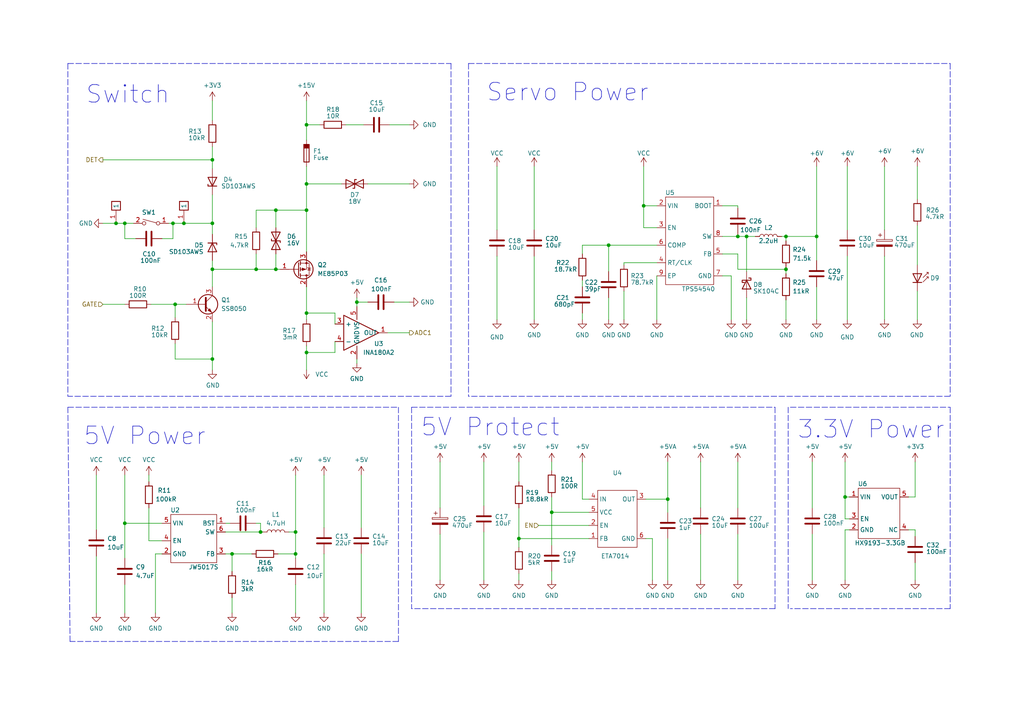
<source format=kicad_sch>
(kicad_sch (version 20211123) (generator eeschema)
  (paper "A4")
  (title_block (title "Power Board") (date "2022-07-19") (rev "1.2.2"))
  (lib_symbols
    (symbol "Device:C" (pin_numbers hide) (pin_names (offset 0.254))
      (property "Reference" "C" (at 0.635 2.54 0))
      (property "Value" "C" (at 0.635 -2.54 0))
      (symbol "C_1_1"
        (pin passive line (at 0 3.81 270) (length 2.794) (name "~") (number "1"))
        (pin passive line (at 0 -3.81 90) (length 2.794) (name "~") (number "2"))
      )
    )
    (symbol "Device:C_Polarized" (pin_numbers hide) (pin_names (offset 0.254))
      (property "Reference" "C" (at 0.635 2.54 0))
      (property "Value" "C_Polarized" (at 0.635 -2.54 0))
      (symbol "C_Polarized_1_1"
        (pin passive line (at 0 3.81 270) (length 2.794) (name "~") (number "1"))
        (pin passive line (at 0 -3.81 90) (length 2.794) (name "~") (number "2"))
      )
    )
    (symbol "Device:D_Schottky" (pin_numbers hide) (pin_names (offset 1.016) hide)
      (property "Reference" "D" (at 0 2.54 0))
      (property "Value" "D_Schottky" (at 0 -2.54 0))
      (symbol "D_Schottky_1_1"
        (pin passive line (at -3.81 0 0) (length 2.54) (name "K") (number "1"))
        (pin passive line (at 3.81 0 180) (length 2.54) (name "A") (number "2"))
      )
    )
    (symbol "Device:Fuse_Polarized" (pin_numbers hide) (pin_names (offset 0))
      (property "Reference" "F" (at 2.032 0 90))
      (property "Value" "Fuse_Polarized" (at -1.905 0 90))
      (symbol "Fuse_Polarized_1_1"
        (pin power_in line (at 0 3.81 270) (length 1.27) (name "~") (number "1"))
        (pin power_out line (at 0 -3.81 90) (length 1.27) (name "~") (number "2"))
      )
    )
    (symbol "Device:L" (pin_numbers hide) (pin_names (offset 1.016) hide)
      (property "Reference" "L" (at -1.27 0 90))
      (property "Value" "L" (at 1.905 0 90))
      (symbol "L_1_1"
        (pin passive line (at 0 3.81 270) (length 1.27) (name "1") (number "1"))
        (pin passive line (at 0 -3.81 90) (length 1.27) (name "2") (number "2"))
      )
    )
    (symbol "Device:Q_PMOS_GDS" (pin_names (offset 0) hide)
      (property "Reference" "Q" (at 5.08 1.27 0))
      (property "Value" "Q_PMOS_GDS" (at 5.08 -1.27 0))
      (symbol "Q_PMOS_GDS_1_1"
        (pin input line (at -5.08 0 0) (length 2.54) (name "G") (number "1"))
        (pin passive line (at 2.54 5.08 270) (length 2.54) (name "D") (number "2"))
        (pin passive line (at 2.54 -5.08 90) (length 2.54) (name "S") (number "3"))
      )
    )
    (symbol "Device:R" (pin_numbers hide) (pin_names (offset 0))
      (property "Reference" "R" (at 2.032 0 90))
      (property "Value" "R" (at 0 0 90))
      (symbol "R_1_1"
        (pin passive line (at 0 3.81 270) (length 1.27) (name "~") (number "1"))
        (pin passive line (at 0 -3.81 90) (length 1.27) (name "~") (number "2"))
      )
    )
    (symbol "Diode:1N47xxA" (pin_numbers hide) (pin_names (offset 1.016) hide)
      (property "Reference" "D" (at 0 2.54 0))
      (property "Value" "1N47xxA" (at 0 -2.54 0))
      (symbol "1N47xxA_1_1"
        (pin passive line (at -3.81 0 0) (length 2.54) (name "K") (number "1"))
        (pin passive line (at 3.81 0 180) (length 2.54) (name "A") (number "2"))
      )
    )
    (symbol "Diode:1N62xxCA" (pin_numbers hide) (pin_names (offset 1.016) hide)
      (property "Reference" "D" (at 0 2.54 0))
      (property "Value" "1N62xxCA" (at 0 -2.54 0))
      (symbol "1N62xxCA_1_1"
        (pin passive line (at -3.81 0 0) (length 2.54) (name "A1") (number "1"))
        (pin passive line (at 3.81 0 180) (length 2.54) (name "A2") (number "2"))
      )
    )
    (symbol "LED:CQY99" (pin_numbers hide) (pin_names (offset 1.016) hide)
      (property "Reference" "D" (at 0.508 1.778 0))
      (property "Value" "CQY99" (at -1.016 -2.794 0))
      (symbol "CQY99_1_1"
        (pin passive line (at -5.08 0 0) (length 2.54) (name "K") (number "1"))
        (pin passive line (at 2.54 0 180) (length 2.54) (name "A") (number "2"))
      )
    )
    (symbol "MM32_Periph:S8050" (pin_names (offset 1.016) hide)
      (property "Reference" "Q" (at 10.16 6.35 0))
      (property "Value" "S8050" (at 12.7 3.81 0))
      (symbol "S8050_1_1"
        (pin input line (at 0 5.08 0) (length 5.08) (name "B") (number "1"))
        (pin passive line (at 7.62 0 90) (length 2.54) (name "E") (number "2"))
        (pin passive line (at 7.62 10.16 270) (length 2.54) (name "C") (number "3"))
      )
    )
    (symbol "power:+15V" (power) (pin_names (offset 0))
      (property "Value" "+15V" (at 0 3.556 0))
      (symbol "+15V_1_1"
        (pin power_in line (at 0 0 90) (length 0) hide (name "+15V") (number "1"))
      )
    )
    (symbol "power:+3.3V" (power) (pin_names (offset 0))
      (property "Value" "+3.3V" (at 0 3.556 0))
      (symbol "+3.3V_1_1"
        (pin power_in line (at 0 0 90) (length 0) hide (name "+3V3") (number "1"))
      )
    )
    (symbol "power:+5V" (power) (pin_names (offset 0))
      (property "Value" "+5V" (at 0 3.556 0))
      (symbol "+5V_1_1"
        (pin power_in line (at 0 0 90) (length 0) hide (name "+5V") (number "1"))
      )
    )
    (symbol "power:+5VA" (power) (pin_names (offset 0))
      (property "Value" "+5VA" (at 0 3.556 0))
      (symbol "+5VA_1_1"
        (pin power_in line (at 0 0 90) (length 0) hide (name "+5VA") (number "1"))
      )
    )
    (symbol "power:+6V" (power) (pin_names (offset 0))
      (property "Value" "+6V" (at 0 3.556 0))
      (symbol "+6V_1_1"
        (pin power_in line (at 0 0 90) (length 0) hide (name "+6V") (number "1"))
      )
    )
    (symbol "power:GND" (power) (pin_names (offset 0))
      (property "Value" "GND" (at 0 -3.81 0))
      (symbol "GND_1_1"
        (pin power_in line (at 0 0 270) (length 0) hide (name "GND") (number "1"))
      )
    )
    (symbol "power:VCC" (power) (pin_names (offset 0))
      (property "Value" "VCC" (at 0 3.81 0))
      (symbol "VCC_1_1"
        (pin power_in line (at 0 0 90) (length 0) hide (name "VCC") (number "1"))
      )
    )
    (symbol "power_Library:ETA7014"
      (property "Reference" "U" (at 0 10.16 0))
      (property "Value" "ETA7014" (at 1.27 -10.16 0))
      (symbol "ETA7014_1_1"
        (pin input line (at -7.62 -3.81 0) (length 2.54) (name "FB") (number "1"))
        (pin input line (at -7.62 0 0) (length 2.54) (name "EN") (number "2"))
        (pin output line (at 8.89 7.62 180) (length 2.54) (name "OUT") (number "3"))
        (pin input line (at -7.62 7.62 0) (length 2.54) (name "IN") (number "4"))
        (pin power_in line (at -7.62 3.81 0) (length 2.54) (name "VCC") (number "5"))
        (pin power_in line (at 8.89 -3.81 180) (length 2.54) (name "GND") (number "6"))
      )
    )
    (symbol "power_Library:HX9193-3.3GB"
      (property "Reference" "U" (at 0.635 11.43 0))
      (property "Value" "HX9193-3.3GB" (at -0.635 -9.525 0))
      (symbol "HX9193-3.3GB_1_1"
        (pin power_in line (at -8.89 3.81 0) (length 2.54) (name "VIN") (number "1"))
        (pin power_in line (at -8.89 -5.715 0) (length 2.54) (name "GND") (number "2"))
        (pin input line (at -8.89 -2.54 0) (length 2.54) (name "EN") (number "3"))
        (pin output line (at 8.255 -5.715 180) (length 2.54) (name "NC") (number "4"))
        (pin power_out line (at 8.255 3.81 180) (length 2.54) (name "VOUT") (number "5"))
      )
    )
    (symbol "power_Library:INA180A2"
      (property "Reference" "U" (at 0 0 0))
      (property "Value" "INA180A2" (at 7.62 0 0))
      (symbol "INA180A2_1_1"
        (pin output line (at 7.62 11.43 180) (length 2.54) (name "OUT") (number "1"))
        (pin power_in line (at -1.27 3.81 90) (length 3.81) (name "GND") (number "2"))
        (pin input line (at -7.62 13.97 0) (length 2.54) (name "+") (number "3"))
        (pin input line (at -7.62 8.89 0) (length 2.54) (name "-") (number "4"))
        (pin power_in line (at -1.27 19.05 270) (length 3.81) (name "VS") (number "5"))
      )
    )
    (symbol "power_Library:JW5017S"
      (property "Reference" "U" (at 0 8.255 0))
      (property "Value" "JW5017S" (at 0.635 -9.525 0))
      (symbol "JW5017S_1_1"
        (pin output line (at 8.89 4.445 180) (length 2.54) (name "BST") (number "1"))
        (pin power_in line (at -9.525 -4.445 0) (length 2.54) (name "GND") (number "2"))
        (pin output line (at 8.89 -4.445 180) (length 2.54) (name "FB") (number "3"))
        (pin input line (at -9.525 -0.635 0) (length 2.54) (name "EN") (number "4"))
        (pin power_in line (at -9.525 4.445 0) (length 2.54) (name "VIN") (number "5"))
        (pin output line (at 8.89 1.905 180) (length 2.54) (name "SW") (number "6"))
      )
    )
    (symbol "power_Library:KEY"
      (property "Reference" "SW" (at 5.08 0 0))
      (property "Value" "KEY" (at 0 0 0))
      (symbol "KEY_1_1"
        (pin passive line (at -3.81 5.08 0) (length 2.54) (name "~") (number "1"))
        (pin passive line (at 6.35 5.08 180) (length 2.54) (name "~") (number "2"))
      )
    )
    (symbol "power_Library:TPS54540"
      (property "Reference" "U" (at 5.08 13.97 0))
      (property "Value" "TPS54540" (at 0 -16.51 0))
      (symbol "TPS54540_1_1"
        (pin output line (at 8.89 8.89 180) (length 2.54) (name "BOOT") (number "1"))
        (pin power_in line (at -10.16 8.89 0) (length 2.54) (name "VIN") (number "2"))
        (pin input line (at -10.16 2.54 0) (length 2.54) (name "EN") (number "3"))
        (pin input line (at -10.16 -7.62 0) (length 2.54) (name "RT/CLK") (number "4"))
        (pin input line (at 8.89 -5.08 180) (length 2.54) (name "FB") (number "5"))
        (pin input line (at -10.16 -2.54 0) (length 2.54) (name "COMP") (number "6"))
        (pin power_in line (at 8.89 -11.43 180) (length 2.54) (name "GND") (number "7"))
        (pin output line (at 8.89 0 180) (length 2.54) (name "SW") (number "8"))
        (pin input line (at -10.16 -11.43 0) (length 2.54) (name "EP") (number "9"))
      )
    )
    (symbol "power_Library:conn_1x1"
      (property "Reference" "j" (at 0 0 0))
      (property "Value" "conn_1x1" (at 0 0 0))
      (symbol "conn_1x1_1_1"
        (pin passive line (at -2.54 3.81 0) (length 3.81) (name "1") (number "1"))
      )
    )
  )
  (junction (at 36.195 151.765))
  (junction (at 67.31 160.655))
  (junction (at 85.725 154.305))
  (junction (at 88.9 102.235))
  (junction (at 193.675 144.78))
  (junction (at 103.505 87.63))
  (junction (at 61.595 46.355))
  (junction (at 227.965 68.58))
  (junction (at 245.11 144.145))
  (junction (at 50.165 64.77))
  (junction (at 176.53 71.12))
  (junction (at 88.9 60.96))
  (junction (at 61.595 78.105))
  (junction (at 36.195 64.77))
  (junction (at 160.02 148.59))
  (junction (at 50.8 88.265))
  (junction (at 74.295 78.105))
  (junction (at 236.855 68.58))
  (junction (at 216.535 68.58))
  (junction (at 53.34 64.77))
  (junction (at 227.965 78.105))
  (junction (at 88.9 36.195))
  (junction (at 75.565 154.305))
  (junction (at 80.01 78.105))
  (junction (at 186.69 59.69))
  (junction (at 150.495 156.21))
  (junction (at 61.595 64.77))
  (junction (at 33.655 64.77))
  (junction (at 88.9 90.805))
  (junction (at 85.725 160.655))
  (junction (at 213.995 68.58))
  (junction (at 88.9 53.34))
  (junction (at 61.595 104.14))
  (junction (at 80.01 60.96))
  (wire (pts (xy 170.815 148.59) (xy 160.02 148.59)))
  (wire (pts (xy 168.91 81.28) (xy 168.91 83.185)))
  (wire (pts (xy 104.775 137.795) (xy 104.775 153.035)))
  (polyline (pts (xy 19.685 118.11) (xy 20.32 186.055)))
  (wire (pts (xy 80.01 60.96) (xy 74.295 60.96)))
  (wire (pts (xy 85.725 160.655) (xy 85.725 161.925)))
  (wire (pts (xy 236.855 75.565) (xy 236.855 68.58)))
  (wire (pts (xy 213.995 73.66) (xy 213.995 78.105)))
  (wire (pts (xy 235.585 133.985) (xy 235.585 147.32)))
  (wire (pts (xy 245.11 144.145) (xy 245.11 150.495)))
  (wire (pts (xy 226.695 68.58) (xy 227.965 68.58)))
  (wire (pts (xy 80.01 78.105) (xy 81.28 78.105)))
  (polyline (pts (xy 229.235 118.11) (xy 275.59 118.11)))
  (wire (pts (xy 80.01 73.66) (xy 80.01 78.105)))
  (wire (pts (xy 154.94 74.295) (xy 154.94 92.71)))
  (wire (pts (xy 150.495 133.985) (xy 150.495 139.7)))
  (wire (pts (xy 85.725 154.305) (xy 85.725 160.655)))
  (wire (pts (xy 216.535 68.58) (xy 219.075 68.58)))
  (wire (pts (xy 75.565 154.305) (xy 76.2 154.305)))
  (wire (pts (xy 212.09 80.01) (xy 212.09 92.71)))
  (polyline (pts (xy 130.81 114.935) (xy 19.685 114.935)))
  (wire (pts (xy 216.535 78.74) (xy 216.535 68.58)))
  (wire (pts (xy 61.595 42.545) (xy 61.595 46.355)))
  (wire (pts (xy 213.995 154.94) (xy 213.995 168.275)))
  (wire (pts (xy 88.9 53.34) (xy 88.9 60.96)))
  (wire (pts (xy 190.5 66.04) (xy 186.69 66.04)))
  (wire (pts (xy 61.595 83.185) (xy 61.595 78.105)))
  (wire (pts (xy 112.395 96.52) (xy 118.745 96.52)))
  (polyline (pts (xy 19.685 18.415) (xy 19.685 114.935)))
  (wire (pts (xy 245.745 74.295) (xy 245.745 92.71)))
  (wire (pts (xy 92.71 36.195) (xy 88.9 36.195)))
  (wire (pts (xy 88.9 29.21) (xy 88.9 36.195)))
  (wire (pts (xy 193.675 144.78) (xy 193.675 148.59)))
  (wire (pts (xy 209.55 73.66) (xy 213.995 73.66)))
  (wire (pts (xy 127.635 154.94) (xy 127.635 168.275)))
  (wire (pts (xy 43.815 88.265) (xy 50.8 88.265)))
  (wire (pts (xy 65.405 151.765) (xy 66.675 151.765)))
  (wire (pts (xy 88.9 83.185) (xy 88.9 90.805)))
  (wire (pts (xy 43.18 147.32) (xy 43.18 156.845)))
  (wire (pts (xy 245.11 150.495) (xy 246.38 150.495)))
  (wire (pts (xy 106.68 53.34) (xy 118.745 53.34)))
  (wire (pts (xy 227.965 68.58) (xy 227.965 69.85)))
  (wire (pts (xy 150.495 156.21) (xy 170.815 156.21)))
  (wire (pts (xy 227.965 68.58) (xy 236.855 68.58)))
  (wire (pts (xy 50.165 69.215) (xy 50.165 64.77)))
  (wire (pts (xy 114.3 87.63) (xy 118.745 87.63)))
  (wire (pts (xy 36.195 64.77) (xy 36.195 69.215)))
  (wire (pts (xy 180.975 84.455) (xy 180.975 92.71)))
  (wire (pts (xy 65.405 154.305) (xy 75.565 154.305)))
  (polyline (pts (xy 115.57 118.11) (xy 115.57 186.055)))
  (wire (pts (xy 176.53 71.12) (xy 168.91 71.12)))
  (wire (pts (xy 266.065 65.405) (xy 266.065 76.835)))
  (wire (pts (xy 118.745 36.195) (xy 113.03 36.195)))
  (wire (pts (xy 88.9 90.805) (xy 88.9 92.71)))
  (wire (pts (xy 93.98 137.795) (xy 93.98 153.035)))
  (wire (pts (xy 88.9 53.34) (xy 99.06 53.34)))
  (polyline (pts (xy 135.89 18.415) (xy 135.89 114.935)))
  (wire (pts (xy 67.31 173.355) (xy 67.31 177.8)))
  (wire (pts (xy 103.505 87.63) (xy 103.505 88.9)))
  (wire (pts (xy 168.91 144.78) (xy 170.815 144.78)))
  (wire (pts (xy 256.54 48.26) (xy 256.54 66.675)))
  (wire (pts (xy 209.55 59.69) (xy 213.995 59.69)))
  (wire (pts (xy 156.21 152.4) (xy 170.815 152.4)))
  (wire (pts (xy 103.505 105.41) (xy 103.505 104.14)))
  (wire (pts (xy 27.94 137.795) (xy 27.94 153.67)))
  (wire (pts (xy 83.82 154.305) (xy 85.725 154.305)))
  (wire (pts (xy 140.335 133.985) (xy 140.335 146.685)))
  (wire (pts (xy 53.34 64.77) (xy 61.595 64.77)))
  (wire (pts (xy 74.295 151.765) (xy 75.565 151.765)))
  (wire (pts (xy 43.18 137.795) (xy 43.18 139.7)))
  (wire (pts (xy 180.975 76.2) (xy 180.975 76.835)))
  (wire (pts (xy 36.195 169.545) (xy 36.195 177.8)))
  (polyline (pts (xy 275.59 18.415) (xy 275.59 114.935)))
  (wire (pts (xy 67.31 160.655) (xy 73.025 160.655)))
  (wire (pts (xy 186.69 48.26) (xy 186.69 59.69)))
  (wire (pts (xy 104.775 160.655) (xy 104.775 177.8)))
  (wire (pts (xy 176.53 71.12) (xy 190.5 71.12)))
  (wire (pts (xy 263.525 153.67) (xy 265.43 153.67)))
  (polyline (pts (xy 275.59 114.935) (xy 135.89 114.935)))
  (wire (pts (xy 213.995 133.985) (xy 213.995 147.32)))
  (wire (pts (xy 180.975 76.2) (xy 190.5 76.2)))
  (wire (pts (xy 176.53 71.12) (xy 176.53 78.74)))
  (polyline (pts (xy 119.38 118.11) (xy 224.79 118.11)))
  (wire (pts (xy 190.5 59.69) (xy 186.69 59.69)))
  (wire (pts (xy 265.43 163.195) (xy 265.43 168.275)))
  (wire (pts (xy 213.995 68.58) (xy 216.535 68.58)))
  (wire (pts (xy 144.145 74.295) (xy 144.145 92.71)))
  (wire (pts (xy 50.8 104.14) (xy 61.595 104.14)))
  (wire (pts (xy 150.495 166.37) (xy 150.495 168.275)))
  (wire (pts (xy 74.295 78.105) (xy 80.01 78.105)))
  (wire (pts (xy 203.2 133.985) (xy 203.2 147.32)))
  (wire (pts (xy 97.155 93.98) (xy 97.155 90.805)))
  (wire (pts (xy 88.9 36.195) (xy 88.9 40.64)))
  (wire (pts (xy 46.99 69.215) (xy 50.165 69.215)))
  (wire (pts (xy 61.595 78.105) (xy 61.595 75.565)))
  (wire (pts (xy 168.91 133.985) (xy 168.91 144.78)))
  (wire (pts (xy 53.975 88.265) (xy 50.8 88.265)))
  (wire (pts (xy 33.655 64.77) (xy 29.845 64.77)))
  (polyline (pts (xy 19.685 118.11) (xy 115.57 118.11)))
  (wire (pts (xy 193.675 156.21) (xy 193.675 168.275)))
  (wire (pts (xy 187.325 144.78) (xy 193.675 144.78)))
  (wire (pts (xy 93.98 160.655) (xy 93.98 177.8)))
  (wire (pts (xy 266.065 48.26) (xy 266.065 57.785)))
  (wire (pts (xy 245.11 153.67) (xy 245.11 168.275)))
  (wire (pts (xy 80.01 60.96) (xy 80.01 66.04)))
  (wire (pts (xy 209.55 68.58) (xy 213.995 68.58)))
  (wire (pts (xy 36.195 64.77) (xy 33.655 64.77)))
  (wire (pts (xy 103.505 87.63) (xy 106.68 87.63)))
  (wire (pts (xy 265.43 133.985) (xy 265.43 144.145)))
  (wire (pts (xy 88.9 60.96) (xy 80.01 60.96)))
  (wire (pts (xy 45.085 160.655) (xy 46.99 160.655)))
  (wire (pts (xy 160.02 136.525) (xy 160.02 133.985)))
  (polyline (pts (xy 130.81 18.415) (xy 130.81 114.935)))
  (wire (pts (xy 227.965 78.105) (xy 227.965 79.375)))
  (polyline (pts (xy 275.59 118.11) (xy 275.59 176.53)))
  (wire (pts (xy 36.195 151.765) (xy 46.99 151.765)))
  (wire (pts (xy 213.995 67.945) (xy 213.995 68.58)))
  (wire (pts (xy 186.69 66.04) (xy 186.69 59.69)))
  (wire (pts (xy 88.9 73.025) (xy 88.9 60.96)))
  (wire (pts (xy 127.635 133.985) (xy 127.635 147.32)))
  (wire (pts (xy 88.9 102.235) (xy 88.9 107.315)))
  (wire (pts (xy 160.02 144.145) (xy 160.02 148.59)))
  (wire (pts (xy 236.855 48.26) (xy 236.855 68.58)))
  (polyline (pts (xy 119.38 118.11) (xy 119.38 176.53)))
  (polyline (pts (xy 19.685 18.415) (xy 130.81 18.415)))
  (wire (pts (xy 235.585 154.94) (xy 235.585 168.275)))
  (wire (pts (xy 245.745 48.26) (xy 245.745 66.675)))
  (wire (pts (xy 150.495 156.21) (xy 150.495 158.75)))
  (wire (pts (xy 176.53 92.71) (xy 176.53 86.36)))
  (wire (pts (xy 48.895 64.77) (xy 50.165 64.77)))
  (wire (pts (xy 256.54 74.295) (xy 256.54 92.71)))
  (wire (pts (xy 50.8 88.265) (xy 50.8 92.075)))
  (wire (pts (xy 263.525 144.145) (xy 265.43 144.145)))
  (polyline (pts (xy 228.6 118.11) (xy 228.6 176.53)))
  (wire (pts (xy 168.91 90.805) (xy 168.91 92.71)))
  (wire (pts (xy 50.165 64.77) (xy 53.34 64.77)))
  (wire (pts (xy 160.02 148.59) (xy 160.02 158.115)))
  (wire (pts (xy 88.9 102.235) (xy 97.155 102.235)))
  (polyline (pts (xy 224.79 118.11) (xy 224.79 176.53)))
  (wire (pts (xy 160.02 168.275) (xy 160.02 165.735)))
  (wire (pts (xy 227.965 86.995) (xy 227.965 92.71)))
  (polyline (pts (xy 275.59 176.53) (xy 229.235 176.53)))
  (wire (pts (xy 85.725 137.795) (xy 85.725 154.305)))
  (wire (pts (xy 61.595 29.21) (xy 61.595 34.925)))
  (wire (pts (xy 103.505 86.36) (xy 103.505 87.63)))
  (wire (pts (xy 216.535 92.71) (xy 216.535 86.36)))
  (wire (pts (xy 140.335 168.275) (xy 140.335 154.305)))
  (wire (pts (xy 144.145 48.26) (xy 144.145 66.675)))
  (wire (pts (xy 213.995 59.69) (xy 213.995 60.325)))
  (wire (pts (xy 213.995 78.105) (xy 227.965 78.105)))
  (wire (pts (xy 36.195 69.215) (xy 39.37 69.215)))
  (wire (pts (xy 187.325 156.21) (xy 189.23 156.21)))
  (wire (pts (xy 190.5 80.01) (xy 190.5 92.71)))
  (wire (pts (xy 61.595 56.515) (xy 61.595 64.77)))
  (wire (pts (xy 88.9 48.26) (xy 88.9 53.34)))
  (wire (pts (xy 209.55 80.01) (xy 212.09 80.01)))
  (wire (pts (xy 189.23 156.21) (xy 189.23 168.275)))
  (wire (pts (xy 36.195 137.795) (xy 36.195 151.765)))
  (wire (pts (xy 203.2 154.94) (xy 203.2 168.275)))
  (wire (pts (xy 88.9 100.33) (xy 88.9 102.235)))
  (wire (pts (xy 74.295 73.66) (xy 74.295 78.105)))
  (wire (pts (xy 27.94 161.29) (xy 27.94 177.8)))
  (wire (pts (xy 193.675 133.985) (xy 193.675 144.78)))
  (polyline (pts (xy 115.57 186.055) (xy 20.32 186.055)))
  (wire (pts (xy 236.855 83.185) (xy 236.855 92.71)))
  (wire (pts (xy 246.38 144.145) (xy 245.11 144.145)))
  (wire (pts (xy 227.965 77.47) (xy 227.965 78.105)))
  (polyline (pts (xy 135.89 18.415) (xy 275.59 18.415)))
  (wire (pts (xy 75.565 151.765) (xy 75.565 154.305)))
  (wire (pts (xy 61.595 78.105) (xy 74.295 78.105)))
  (wire (pts (xy 43.18 156.845) (xy 46.99 156.845)))
  (wire (pts (xy 50.8 99.695) (xy 50.8 104.14)))
  (wire (pts (xy 29.845 88.265) (xy 36.195 88.265)))
  (wire (pts (xy 80.645 160.655) (xy 85.725 160.655)))
  (wire (pts (xy 36.195 151.765) (xy 36.195 161.925)))
  (wire (pts (xy 29.845 46.355) (xy 61.595 46.355)))
  (wire (pts (xy 88.9 90.805) (xy 97.155 90.805)))
  (wire (pts (xy 246.38 153.67) (xy 245.11 153.67)))
  (wire (pts (xy 65.405 160.655) (xy 67.31 160.655)))
  (wire (pts (xy 245.11 144.145) (xy 245.11 133.985)))
  (wire (pts (xy 154.94 48.26) (xy 154.94 66.675)))
  (wire (pts (xy 168.91 71.12) (xy 168.91 73.66)))
  (wire (pts (xy 150.495 147.32) (xy 150.495 156.21)))
  (wire (pts (xy 61.595 46.355) (xy 61.595 48.895)))
  (wire (pts (xy 61.595 107.315) (xy 61.595 104.14)))
  (wire (pts (xy 74.295 60.96) (xy 74.295 66.04)))
  (wire (pts (xy 266.065 92.71) (xy 266.065 84.455)))
  (polyline (pts (xy 224.79 176.53) (xy 119.38 176.53)))
  (wire (pts (xy 38.735 64.77) (xy 36.195 64.77)))
  (wire (pts (xy 97.155 102.235) (xy 97.155 99.06)))
  (wire (pts (xy 265.43 153.67) (xy 265.43 155.575)))
  (wire (pts (xy 85.725 177.8) (xy 85.725 169.545)))
  (wire (pts (xy 61.595 104.14) (xy 61.595 93.345)))
  (wire (pts (xy 45.085 160.655) (xy 45.085 177.8)))
  (wire (pts (xy 61.595 64.77) (xy 61.595 67.945)))
  (wire (pts (xy 67.31 160.655) (xy 67.31 165.735)))
  (wire (pts (xy 100.33 36.195) (xy 105.41 36.195)))
  (text "5V Protect" (at 121.92 127 0) (effects (font (size 5.08 5.08)) (justify left bottom)))
  (text "Servo Power" (at 140.97 29.845 0) (effects (font (size 5.08 5.08)) (justify left bottom)))
  (text "5V Power" (at 24.13 129.54 0) (effects (font (size 5.08 5.08)) (justify left bottom)))
  (text "Switch" (at 24.765 30.48 0) (effects (font (size 5.08 5.08)) (justify left bottom)))
  (text "3.3V Power" (at 231.14 127.635 0) (effects (font (size 5.08 5.08)) (justify left bottom)))
  (hierarchical_label "DET" (shape output) (at 29.845 46.355 180))
  (hierarchical_label "ADC1" (shape output) (at 118.745 96.52 0))
  (hierarchical_label "EN" (shape input) (at 156.21 152.4 180))
  (hierarchical_label "GATE" (shape input) (at 29.845 88.265 180))
  (symbol (lib_id "power:GND") (at 168.91 92.71 0) (unit 1)
    (property "Reference" "#PWR075" (effects hide))
    (property "Value" "GND" (at 168.91 97.155 0))
  )
  (symbol (lib_id "Device:C") (at 27.94 157.48 180) (unit 1)
    (property "Reference" "C8" (at 31.115 156.21 0) (effects (justify right)))
    (property "Value" "10uF" (at 31.115 158.75 0) (effects (justify right)))
    (property "Footprint" "Capacitor_SMD:C_1206_3216Metric_Pad1.33x1.80mm_HandSolder" (effects hide))
  )
  (symbol (lib_id "Device:R") (at 40.005 88.265 270) (unit 1)
    (property "Reference" "R10" (at 42.545 83.82 90) (effects (justify right)))
    (property "Value" "100R" (at 42.545 85.725 90) (effects (justify right)))
    (property "Footprint" "Resistor_SMD:R_0603_1608Metric_Pad0.98x0.95mm_HandSolder" (effects hide))
  )
  (symbol (lib_id "Device:D_Schottky") (at 216.535 82.55 270) (unit 1)
    (property "Reference" "D8" (at 218.44 82.55 90) (effects (justify left)))
    (property "Value" "SK104C" (at 218.44 84.455 90) (effects (justify left)))
    (property "Footprint" "Diode_SMD:D_SMC" (effects hide))
  )
  (symbol (lib_id "power:GND") (at 93.98 177.8 0) (unit 1)
    (property "Reference" "#PWR056" (effects hide))
    (property "Value" "GND" (at 93.98 182.245 0))
  )
  (symbol (lib_id "power:GND") (at 266.065 92.71 0) (unit 1)
    (property "Reference" "#PWR0105" (effects hide))
    (property "Value" "GND" (at 267.97 97.155 0) (effects (justify right)))
  )
  (symbol (lib_id "Device:R") (at 43.18 143.51 180) (unit 1)
    (property "Reference" "R11" (at 45.72 142.24 0) (effects (justify right)))
    (property "Value" "100kR" (at 45.085 144.78 0) (effects (justify right)))
    (property "Footprint" "Resistor_SMD:R_0603_1608Metric_Pad0.98x0.95mm_HandSolder" (effects hide))
  )
  (symbol (lib_id "Device:C") (at 85.725 165.735 180) (unit 1)
    (property "Reference" "C12" (at 88.9 164.465 0) (effects (justify right)))
    (property "Value" "10uF" (at 88.9 167.005 0) (effects (justify right)))
    (property "Footprint" "Capacitor_SMD:C_0603_1608Metric_Pad1.08x0.95mm_HandSolder" (effects hide))
  )
  (symbol (lib_id "Diode:1N62xxCA") (at 80.01 69.85 90) (unit 1)
    (property "Reference" "D6" (at 83.185 68.58 90) (effects (justify right)))
    (property "Value" "16V" (at 83.185 70.485 90) (effects (justify right)))
    (property "Footprint" "Diode_SMD:D_SMB" (effects hide))
    (property "Datasheet" "https://www.vishay.com/docs/88301/15ke.pdf" (effects hide))
  )
  (symbol (lib_id "power:GND") (at 118.745 53.34 90) (unit 1)
    (property "Reference" "#PWR062" (effects hide))
    (property "Value" "GND" (at 122.555 53.3399 90) (effects (justify right)))
  )
  (symbol (lib_id "power:GND") (at 236.855 92.71 0) (unit 1)
    (property "Reference" "#PWR095" (effects hide))
    (property "Value" "GND" (at 236.855 97.155 0))
  )
  (symbol (lib_id "power:+5V") (at 93.98 137.795 0) (unit 1)
    (property "Reference" "#PWR055" (effects hide))
    (property "Value" "+5V" (at 93.98 133.35 0))
  )
  (symbol (lib_id "Device:C") (at 43.18 69.215 90) (unit 1)
    (property "Reference" "C10" (at 41.275 73.66 90) (effects (justify right)))
    (property "Value" "100nF" (at 40.64 75.565 90) (effects (justify right)))
    (property "Footprint" "Capacitor_SMD:C_0603_1608Metric_Pad1.08x0.95mm_HandSolder" (effects hide))
  )
  (symbol (lib_id "power:+5V") (at 127.635 133.985 0) (unit 1)
    (property "Reference" "#PWR0106" (effects hide))
    (property "Value" "+5V" (at 127.635 129.54 0))
  )
  (symbol (lib_id "power_Library:KEY") (at 45.085 69.85 0) (mirror y) (unit 1)
    (property "Reference" "SW1" (at 43.18 61.595 0))
    (property "Value" "KEY" (effects hide))
    (property "Footprint" "Button_Switch_SMD:SW_SPST_CK_RS282G05A3" (effects hide))
  )
  (symbol (lib_id "power:GND") (at 27.94 177.8 0) (unit 1)
    (property "Reference" "#PWR042" (effects hide))
    (property "Value" "GND" (at 27.94 182.245 0))
  )
  (symbol (lib_id "power:+3.3V") (at 265.43 133.985 0) (unit 1)
    (property "Reference" "#PWR0102" (effects hide))
    (property "Value" "+3.3V" (at 265.43 129.54 0))
  )
  (symbol (lib_id "Device:R") (at 74.295 69.85 180) (unit 1)
    (property "Reference" "R15" (at 67.945 68.58 0) (effects (justify right)))
    (property "Value" "4.7kR" (at 66.675 71.12 0) (effects (justify right)))
    (property "Footprint" "Resistor_SMD:R_0805_2012Metric_Pad1.20x1.40mm_HandSolder" (effects hide))
  )
  (symbol (lib_id "Device:C") (at 36.195 165.735 180) (unit 1)
    (property "Reference" "C9" (at 39.37 164.465 0) (effects (justify right)))
    (property "Value" "4.7uF" (at 39.37 167.005 0) (effects (justify right)))
    (property "Footprint" "Capacitor_SMD:C_1206_3216Metric_Pad1.33x1.80mm_HandSolder" (effects hide))
  )
  (symbol (lib_id "Device:C_Polarized") (at 127.635 151.13 0) (unit 1)
    (property "Reference" "C25" (at 135.255 150.495 0) (effects (justify right)))
    (property "Value" "470uF" (at 137.16 152.4 0) (effects (justify right)))
    (property "Footprint" "Capacitor_THT:CP_Radial_D6.3mm_P2.50mm" (effects hide))
  )
  (symbol (lib_id "Device:R") (at 266.065 61.595 0) (unit 1)
    (property "Reference" "R26" (at 270.51 60.96 0))
    (property "Value" "4.7kR" (at 271.145 62.865 0))
    (property "Footprint" "Resistor_SMD:R_0603_1608Metric_Pad0.98x0.95mm_HandSolder" (effects hide))
  )
  (symbol (lib_id "power:GND") (at 140.335 168.275 0) (unit 1)
    (property "Reference" "#PWR065" (effects hide))
    (property "Value" "GND" (at 140.335 172.72 0))
  )
  (symbol (lib_id "Device:R") (at 227.965 73.66 180) (unit 1)
    (property "Reference" "R24" (at 229.87 72.3899 0) (effects (justify right)))
    (property "Value" "71.5k" (at 229.87 74.9299 0) (effects (justify right)))
    (property "Footprint" "Resistor_SMD:R_0603_1608Metric_Pad0.98x0.95mm_HandSolder" (effects hide))
  )
  (symbol (lib_id "Device:L") (at 80.01 154.305 90) (unit 1)
    (property "Reference" "L1" (at 80.01 149.225 90))
    (property "Value" "4.7uH" (at 80.01 151.765 90))
    (property "Footprint" "PowerLibrary:IND-SMD_L4.6-W4.2_SMMS0420" (effects hide))
  )
  (symbol (lib_id "power:GND") (at 144.145 92.71 0) (unit 1)
    (property "Reference" "#PWR069" (effects hide))
    (property "Value" "GND" (at 144.145 97.79 0))
  )
  (symbol (lib_id "Device:C") (at 213.995 151.13 180) (unit 1)
    (property "Reference" "C27" (at 217.17 150.495 0) (effects (justify right)))
    (property "Value" "100uF" (at 217.17 152.4 0) (effects (justify right)))
    (property "Footprint" "Capacitor_SMD:C_1210_3225Metric_Pad1.33x2.70mm_HandSolder" (effects hide))
  )
  (symbol (lib_id "Device:R") (at 150.495 143.51 180) (unit 1)
    (property "Reference" "R19" (at 152.4 142.875 0) (effects (justify right)))
    (property "Value" "18.8kR" (at 152.4 144.78 0) (effects (justify right)))
    (property "Footprint" "Resistor_SMD:R_0603_1608Metric_Pad0.98x0.95mm_HandSolder" (effects hide))
  )
  (symbol (lib_id "power:GND") (at 213.995 168.275 0) (unit 1)
    (property "Reference" "#PWR089" (effects hide))
    (property "Value" "GND" (at 213.995 172.72 0))
  )
  (symbol (lib_id "power:+3.3V") (at 61.595 29.21 0) (unit 1)
    (property "Reference" "#PWR048" (effects hide))
    (property "Value" "+3.3V" (at 61.595 24.765 0))
  )
  (symbol (lib_id "power:GND") (at 265.43 168.275 0) (unit 1)
    (property "Reference" "#PWR0103" (effects hide))
    (property "Value" "GND" (at 265.43 172.72 0))
  )
  (symbol (lib_id "power:+5VA") (at 193.675 133.985 0) (unit 1)
    (property "Reference" "#PWR079" (effects hide))
    (property "Value" "+5VA" (at 193.675 129.54 0))
  )
  (symbol (lib_id "power:VCC") (at 154.94 48.26 0) (unit 1)
    (property "Reference" "#PWR072" (effects hide))
    (property "Value" "VCC" (at 153.035 44.45 0) (effects (justify left)))
  )
  (symbol (lib_id "MM32_Periph:S8050") (at 53.975 93.345 0) (unit 1)
    (property "Reference" "Q1" (at 64.135 86.9949 0) (effects (justify left)))
    (property "Value" "SS8050" (at 64.135 89.5349 0) (effects (justify left)))
    (property "Footprint" "Package_TO_SOT_SMD:SOT-23" (effects hide))
  )
  (symbol (lib_id "power:+5V") (at 104.775 137.795 0) (unit 1)
    (property "Reference" "#PWR059" (effects hide))
    (property "Value" "+5V" (at 104.775 133.35 0))
  )
  (symbol (lib_id "Device:Fuse_Polarized") (at 88.9 44.45 0) (unit 1)
    (property "Reference" "F1" (at 90.805 43.815 0) (effects (justify left)))
    (property "Value" "Fuse" (at 90.805 45.7199 0) (effects (justify left)))
    (property "Footprint" "Fuse:Fuse_1206_3216Metric" (effects hide))
  )
  (symbol (lib_id "power:VCC") (at 27.94 137.795 0) (unit 1)
    (property "Reference" "#PWR041" (effects hide))
    (property "Value" "VCC" (at 26.035 133.35 0) (effects (justify left)))
  )
  (symbol (lib_id "power:GND") (at 176.53 92.71 0) (unit 1)
    (property "Reference" "#PWR076" (effects hide))
    (property "Value" "GND" (at 176.53 97.155 0))
  )
  (symbol (lib_id "power:+5V") (at 235.585 133.985 0) (unit 1)
    (property "Reference" "#PWR092" (effects hide))
    (property "Value" "+5V" (at 235.585 129.54 0))
  )
  (symbol (lib_id "Device:R") (at 61.595 38.735 180) (unit 1)
    (property "Reference" "R13" (at 54.61 38.1 0) (effects (justify right)))
    (property "Value" "10kR" (at 54.61 40.005 0) (effects (justify right)))
    (property "Footprint" "Resistor_SMD:R_0603_1608Metric_Pad0.98x0.95mm_HandSolder" (effects hide))
  )
  (symbol (lib_id "power:GND") (at 45.085 177.8 0) (unit 1)
    (property "Reference" "#PWR047" (effects hide))
    (property "Value" "GND" (at 45.085 182.245 0))
  )
  (symbol (lib_id "Device:R") (at 50.8 95.885 180) (unit 1)
    (property "Reference" "R12" (at 43.815 95.25 0) (effects (justify right)))
    (property "Value" "10kR" (at 43.815 97.155 0) (effects (justify right)))
    (property "Footprint" "Resistor_SMD:R_0603_1608Metric_Pad0.98x0.95mm_HandSolder" (effects hide))
  )
  (symbol (lib_id "Diode:1N62xxCA") (at 102.87 53.34 180) (unit 1)
    (property "Reference" "D7" (at 102.87 56.515 0))
    (property "Value" "18V" (at 102.87 58.42 0))
    (property "Footprint" "Diode_SMD:D_SMB" (effects hide))
    (property "Datasheet" "https://www.vishay.com/docs/88301/15ke.pdf" (effects hide))
  )
  (symbol (lib_id "Diode:1N47xxA") (at 61.595 52.705 90) (unit 1)
    (property "Reference" "D4" (at 64.77 52.07 90) (effects (justify right)))
    (property "Value" "SD103AWS" (at 64.135 53.975 90) (effects (justify right)))
    (property "Footprint" "Diode_SMD:D_SOD-323_HandSoldering" (effects hide))
    (property "Datasheet" "https://www.vishay.com/docs/85816/1n4728a.pdf" (effects hide))
  )
  (symbol (lib_id "Device:C") (at 160.02 161.925 180) (unit 1)
    (property "Reference" "C19" (at 163.195 160.655 0) (effects (justify right)))
    (property "Value" "1uF" (at 163.195 162.56 0) (effects (justify right)))
    (property "Footprint" "Capacitor_SMD:C_0603_1608Metric_Pad1.08x0.95mm_HandSolder" (effects hide))
  )
  (symbol (lib_id "power_Library:TPS54540") (at 200.66 68.58 0) (unit 1)
    (property "Reference" "U5" (at 194.31 55.88 0))
    (property "Value" "TPS54540" (at 202.565 83.82 0))
    (property "Footprint" "Package_SO:SOIC-8-1EP_3.9x4.9mm_P1.27mm_EP2.29x3mm" (effects hide))
  )
  (symbol (lib_id "power:GND") (at 61.595 107.315 0) (unit 1)
    (property "Reference" "#PWR049" (effects hide))
    (property "Value" "GND" (at 59.69 111.76 0) (effects (justify left)))
  )
  (symbol (lib_id "power:GND") (at 85.725 177.8 0) (unit 1)
    (property "Reference" "#PWR052" (effects hide))
    (property "Value" "GND" (at 85.725 182.245 0))
  )
  (symbol (lib_id "Device:C") (at 109.22 36.195 270) (unit 1)
    (property "Reference" "C15" (at 111.125 29.845 90) (effects (justify right)))
    (property "Value" "10uF" (at 111.76 31.75 90) (effects (justify right)))
    (property "Footprint" "Capacitor_SMD:C_1206_3216Metric_Pad1.33x1.80mm_HandSolder" (effects hide))
  )
  (symbol (lib_id "power:GND") (at 235.585 168.275 0) (unit 1)
    (property "Reference" "#PWR093" (effects hide))
    (property "Value" "GND" (at 235.585 172.72 0))
  )
  (symbol (lib_id "power:+15V") (at 88.9 29.21 0) (unit 1)
    (property "Reference" "#PWR053" (effects hide))
    (property "Value" "+15V" (at 91.44 24.765 0) (effects (justify right)))
  )
  (symbol (lib_id "power:+6V") (at 245.745 48.26 0) (unit 1)
    (property "Reference" "#PWR098" (effects hide))
    (property "Value" "+6V" (at 245.745 44.45 0))
  )
  (symbol (lib_id "Device:C") (at 144.145 70.485 180) (unit 1)
    (property "Reference" "C18" (at 147.32 69.85 0) (effects (justify right)))
    (property "Value" "10uF" (at 147.32 71.755 0) (effects (justify right)))
    (property "Footprint" "Capacitor_SMD:C_1206_3216Metric_Pad1.33x1.80mm_HandSolder" (effects hide))
  )
  (symbol (lib_id "Device:L") (at 222.885 68.58 90) (unit 1)
    (property "Reference" "L2" (at 222.885 66.04 90))
    (property "Value" "2.2uH" (at 222.885 69.85 90))
    (property "Footprint" "Inductor_SMD:L_10.4x10.4_H4.8" (effects hide))
  )
  (symbol (lib_id "power_Library:JW5017S") (at 56.515 156.21 0) (unit 1)
    (property "Reference" "U2" (at 50.8 147.955 0))
    (property "Value" "JW5017S" (at 59.055 164.465 0))
    (property "Footprint" "Package_TO_SOT_SMD:SOT-23-6" (effects hide))
  )
  (symbol (lib_id "power:GND") (at 245.745 92.71 0) (unit 1)
    (property "Reference" "#PWR099" (effects hide))
    (property "Value" "GND" (at 245.745 97.79 0))
  )
  (symbol (lib_id "power:VCC") (at 43.18 137.795 0) (unit 1)
    (property "Reference" "#PWR046" (effects hide))
    (property "Value" "VCC" (at 41.275 133.35 0) (effects (justify left)))
  )
  (symbol (lib_id "power:GND") (at 150.495 168.275 0) (unit 1)
    (property "Reference" "#PWR067" (effects hide))
    (property "Value" "GND" (at 150.495 172.72 0))
  )
  (symbol (lib_id "Device:R") (at 180.975 80.645 180) (unit 1)
    (property "Reference" "R23" (at 182.88 80.01 0) (effects (justify right)))
    (property "Value" "78.7kR" (at 182.88 81.915 0) (effects (justify right)))
    (property "Footprint" "Resistor_SMD:R_0603_1608Metric_Pad0.98x0.95mm_HandSolder" (effects hide))
  )
  (symbol (lib_id "Device:C") (at 110.49 87.63 270) (unit 1)
    (property "Reference" "C16" (at 112.395 81.28 90) (effects (justify right)))
    (property "Value" "100nF" (at 113.665 83.82 90) (effects (justify right)))
    (property "Footprint" "Capacitor_SMD:C_0603_1608Metric_Pad1.08x0.95mm_HandSolder" (effects hide))
  )
  (symbol (lib_id "Device:R") (at 96.52 36.195 90) (unit 1)
    (property "Reference" "R18" (at 94.615 31.75 90) (effects (justify right)))
    (property "Value" "10R" (at 94.615 33.655 90) (effects (justify right)))
    (property "Footprint" "Resistor_SMD:R_1206_3216Metric" (effects hide))
  )
  (symbol (lib_id "power:+5VA") (at 203.2 133.985 0) (unit 1)
    (property "Reference" "#PWR083" (effects hide))
    (property "Value" "+5VA" (at 203.2 129.54 0))
  )
  (symbol (lib_id "LED:CQY99") (at 266.065 79.375 270) (mirror x) (unit 1)
    (property "Reference" "D9" (at 271.145 80.645 90))
    (property "Value" "LED" (effects hide))
    (property "Footprint" "LED_SMD:LED_0603_1608Metric" (effects hide))
    (property "Datasheet" "https://www.prtice.info/IMG/pdf/CQY99.pdf" (effects hide))
  )
  (symbol (lib_id "power_Library:ETA7014") (at 178.435 152.4 0) (unit 1)
    (property "Reference" "U4" (at 179.07 137.16 0))
    (property "Value" "ETA7014" (at 178.435 161.29 0))
    (property "Footprint" "Package_TO_SOT_SMD:TSOT-23-6" (effects hide))
  )
  (symbol (lib_id "power:+6V") (at 266.065 48.26 0) (unit 1)
    (property "Reference" "#PWR0104" (effects hide))
    (property "Value" "+6V" (at 266.065 43.815 0))
  )
  (symbol (lib_id "Device:C") (at 193.675 152.4 180) (unit 1)
    (property "Reference" "C23" (at 196.85 151.13 0) (effects (justify right)))
    (property "Value" "1uF" (at 196.85 153.035 0) (effects (justify right)))
    (property "Footprint" "Capacitor_SMD:C_0603_1608Metric_Pad1.08x0.95mm_HandSolder" (effects hide))
  )
  (symbol (lib_id "power:GND") (at 216.535 92.71 0) (unit 1)
    (property "Reference" "#PWR090" (effects hide))
    (property "Value" "GND" (at 216.535 97.155 0))
  )
  (symbol (lib_id "power:GND") (at 203.2 168.275 0) (unit 1)
    (property "Reference" "#PWR084" (effects hide))
    (property "Value" "GND" (at 203.2 172.72 0))
  )
  (symbol (lib_id "power:GND") (at 212.09 92.71 0) (unit 1)
    (property "Reference" "#PWR087" (effects hide))
    (property "Value" "GND" (at 212.09 97.155 0))
  )
  (symbol (lib_id "power:GND") (at 256.54 92.71 0) (unit 1)
    (property "Reference" "#PWR0101" (effects hide))
    (property "Value" "GND" (at 256.54 97.155 0))
  )
  (symbol (lib_id "Device:C") (at 176.53 82.55 180) (unit 1)
    (property "Reference" "C22" (at 169.545 81.915 0) (effects (justify right)))
    (property "Value" "39pF" (at 169.545 83.82 0) (effects (justify right)))
    (property "Footprint" "Capacitor_SMD:C_0603_1608Metric_Pad1.08x0.95mm_HandSolder" (effects hide))
  )
  (symbol (lib_id "Device:R") (at 150.495 162.56 180) (unit 1)
    (property "Reference" "R20" (at 153.035 161.29 0) (effects (justify right)))
    (property "Value" "5kR" (at 153.035 163.195 0) (effects (justify right)))
    (property "Footprint" "Resistor_SMD:R_0603_1608Metric_Pad0.98x0.95mm_HandSolder" (effects hide))
  )
  (symbol (lib_id "power_Library:conn_1x1") (at 37.465 62.23 90) (unit 1)
    (property "Reference" "J8" (effects hide))
    (property "Value" "conn_1x1" (effects hide))
    (property "Footprint" "Connector_PinSocket_2.54mm:PinSocket_1x01_P2.54mm_Vertical" (effects hide))
  )
  (symbol (lib_id "power:GND") (at 154.94 92.71 0) (unit 1)
    (property "Reference" "#PWR073" (effects hide))
    (property "Value" "GND" (at 154.94 97.155 0))
  )
  (symbol (lib_id "Device:R") (at 168.91 77.47 180) (unit 1)
    (property "Reference" "R22" (at 161.29 76.2 0) (effects (justify right)))
    (property "Value" "18.7kR" (at 160.655 78.105 0) (effects (justify right)))
    (property "Footprint" "Resistor_SMD:R_0603_1608Metric_Pad0.98x0.95mm_HandSolder" (effects hide))
  )
  (symbol (lib_id "Device:C") (at 154.94 70.485 180) (unit 1)
    (property "Reference" "C20" (at 158.115 69.215 0) (effects (justify right)))
    (property "Value" "10uF" (at 158.115 71.12 0) (effects (justify right)))
    (property "Footprint" "Capacitor_SMD:C_1206_3216Metric_Pad1.33x1.80mm_HandSolder" (effects hide))
  )
  (symbol (lib_id "power:VCC") (at 88.9 107.315 180) (unit 1)
    (property "Reference" "#PWR054" (effects hide))
    (property "Value" "VCC" (at 91.44 108.5849 0) (effects (justify right)))
  )
  (symbol (lib_id "Device:C") (at 93.98 156.845 180) (unit 1)
    (property "Reference" "C13" (at 97.155 155.575 0) (effects (justify right)))
    (property "Value" "22uF" (at 97.155 157.48 0) (effects (justify right)))
    (property "Footprint" "Capacitor_SMD:C_0603_1608Metric_Pad1.08x0.95mm_HandSolder" (effects hide))
  )
  (symbol (lib_id "Device:C") (at 140.335 150.495 180) (unit 1)
    (property "Reference" "C17" (at 143.51 149.86 0) (effects (justify right)))
    (property "Value" "10uF" (at 143.51 151.765 0) (effects (justify right)))
    (property "Footprint" "Capacitor_SMD:C_0603_1608Metric_Pad1.08x0.95mm_HandSolder" (effects hide))
  )
  (symbol (lib_id "power_Library:INA180A2") (at 104.775 107.95 0) (unit 1)
    (property "Reference" "U3" (at 109.855 99.695 0))
    (property "Value" "INA180A2" (at 109.855 102.235 0))
    (property "Footprint" "Package_TO_SOT_SMD:SOT-23-5" (effects hide))
  )
  (symbol (lib_id "power:VCC") (at 144.145 48.26 0) (unit 1)
    (property "Reference" "#PWR068" (effects hide))
    (property "Value" "VCC" (at 142.24 44.45 0) (effects (justify left)))
  )
  (symbol (lib_id "Device:R") (at 88.9 96.52 180) (unit 1)
    (property "Reference" "R17" (at 81.915 95.885 0) (effects (justify right)))
    (property "Value" "3mR" (at 81.915 97.79 0) (effects (justify right)))
    (property "Footprint" "Resistor_SMD:R_2512_6332Metric" (effects hide))
  )
  (symbol (lib_id "power:VCC") (at 36.195 137.795 0) (unit 1)
    (property "Reference" "#PWR044" (effects hide))
    (property "Value" "VCC" (at 34.29 133.35 0) (effects (justify left)))
  )
  (symbol (lib_id "power:GND") (at 118.745 36.195 90) (unit 1)
    (property "Reference" "#PWR061" (effects hide))
    (property "Value" "GND" (at 122.555 36.1949 90) (effects (justify right)))
  )
  (symbol (lib_id "power:GND") (at 104.775 177.8 0) (unit 1)
    (property "Reference" "#PWR060" (effects hide))
    (property "Value" "GND" (at 104.775 182.245 0))
  )
  (symbol (lib_id "power:+5V") (at 160.02 133.985 0) (unit 1)
    (property "Reference" "#PWR070" (effects hide))
    (property "Value" "+5V" (at 160.02 129.54 0))
  )
  (symbol (lib_id "power:GND") (at 103.505 105.41 0) (unit 1)
    (property "Reference" "#PWR058" (effects hide))
    (property "Value" "GND" (at 103.505 109.855 0))
  )
  (symbol (lib_id "power:GND") (at 160.02 168.275 0) (unit 1)
    (property "Reference" "#PWR071" (effects hide))
    (property "Value" "GND" (at 160.02 172.72 0))
  )
  (symbol (lib_id "Device:C") (at 265.43 159.385 180) (unit 1)
    (property "Reference" "C32" (at 268.605 158.115 0) (effects (justify right)))
    (property "Value" "100nF" (at 268.605 160.02 0) (effects (justify right)))
    (property "Footprint" "Capacitor_SMD:C_0603_1608Metric_Pad1.08x0.95mm_HandSolder" (effects hide))
  )
  (symbol (lib_id "Device:R") (at 67.31 169.545 180) (unit 1)
    (property "Reference" "R14" (at 69.85 168.91 0) (effects (justify right)))
    (property "Value" "3kR" (at 69.85 170.815 0) (effects (justify right)))
    (property "Footprint" "Resistor_SMD:R_0603_1608Metric_Pad0.98x0.95mm_HandSolder" (effects hide))
  )
  (symbol (lib_id "Device:C") (at 104.775 156.845 180) (unit 1)
    (property "Reference" "C14" (at 107.95 155.575 0) (effects (justify right)))
    (property "Value" "10uF" (at 107.95 157.48 0) (effects (justify right)))
    (property "Footprint" "Capacitor_SMD:C_0603_1608Metric_Pad1.08x0.95mm_HandSolder" (effects hide))
  )
  (symbol (lib_id "Device:C") (at 203.2 151.13 180) (unit 1)
    (property "Reference" "C24" (at 206.375 150.495 0) (effects (justify right)))
    (property "Value" "10uF" (at 206.375 152.4 0) (effects (justify right)))
    (property "Footprint" "Capacitor_SMD:C_0603_1608Metric_Pad1.08x0.95mm_HandSolder" (effects hide))
  )
  (symbol (lib_id "power:GND") (at 227.965 92.71 0) (unit 1)
    (property "Reference" "#PWR091" (effects hide))
    (property "Value" "GND" (at 227.965 97.155 0))
  )
  (symbol (lib_id "power:GND") (at 189.23 168.275 0) (unit 1)
    (property "Reference" "#PWR077" (effects hide))
    (property "Value" "GND" (at 189.23 172.72 0))
  )
  (symbol (lib_id "power:+5V") (at 245.11 133.985 0) (unit 1)
    (property "Reference" "#PWR096" (effects hide))
    (property "Value" "+5V" (at 245.11 129.54 0))
  )
  (symbol (lib_id "power:VCC") (at 186.69 48.26 0) (unit 1)
    (property "Reference" "#PWR081" (effects hide))
    (property "Value" "VCC" (at 184.785 44.45 0) (effects (justify left)))
  )
  (symbol (lib_id "power:+6V") (at 236.855 48.26 0) (unit 1)
    (property "Reference" "#PWR094" (effects hide))
    (property "Value" "+6V" (at 236.855 44.45 0))
  )
  (symbol (lib_id "Device:R") (at 227.965 83.185 180) (unit 1)
    (property "Reference" "R25" (at 229.87 81.9149 0) (effects (justify right)))
    (property "Value" "11kR" (at 229.87 84.4549 0) (effects (justify right)))
    (property "Footprint" "Resistor_SMD:R_0603_1608Metric_Pad0.98x0.95mm_HandSolder" (effects hide))
  )
  (symbol (lib_id "power:GND") (at 67.31 177.8 0) (unit 1)
    (property "Reference" "#PWR050" (effects hide))
    (property "Value" "GND" (at 67.31 182.245 0))
  )
  (symbol (lib_id "power:+5VA") (at 213.995 133.985 0) (unit 1)
    (property "Reference" "#PWR088" (effects hide))
    (property "Value" "+5VA" (at 213.995 129.54 0))
  )
  (symbol (lib_id "power_Library:conn_1x1") (at 57.15 62.23 90) (unit 1)
    (property "Reference" "J9" (effects hide))
    (property "Value" "conn_1x1" (effects hide))
    (property "Footprint" "Connector_PinSocket_2.54mm:PinSocket_1x01_P2.54mm_Vertical" (effects hide))
  )
  (symbol (lib_id "power:GND") (at 36.195 177.8 0) (unit 1)
    (property "Reference" "#PWR045" (effects hide))
    (property "Value" "GND" (at 36.195 182.245 0))
  )
  (symbol (lib_id "Device:C") (at 168.91 86.995 180) (unit 1)
    (property "Reference" "C21" (at 161.29 86.36 0) (effects (justify right)))
    (property "Value" "680pF" (at 160.655 88.265 0) (effects (justify right)))
    (property "Footprint" "Capacitor_SMD:C_0603_1608Metric_Pad1.08x0.95mm_HandSolder" (effects hide))
  )
  (symbol (lib_id "power:+6V") (at 256.54 48.26 0) (unit 1)
    (property "Reference" "#PWR0100" (effects hide))
    (property "Value" "+6V" (at 256.54 43.815 0))
  )
  (symbol (lib_id "power_Library:HX9193-3.3GB") (at 255.27 147.955 0) (unit 1)
    (property "Reference" "U6" (at 250.19 140.335 0))
    (property "Value" "HX9193-3.3GB" (at 255.27 157.48 0))
    (property "Footprint" "Package_TO_SOT_SMD:SOT-23-5" (effects hide))
  )
  (symbol (lib_id "power:GND") (at 190.5 92.71 0) (unit 1)
    (property "Reference" "#PWR082" (effects hide))
    (property "Value" "GND" (at 190.5 97.155 0))
  )
  (symbol (lib_id "power:+5V") (at 103.505 86.36 0) (unit 1)
    (property "Reference" "#PWR057" (effects hide))
    (property "Value" "+5V" (at 103.505 81.915 0))
  )
  (symbol (lib_id "Device:R") (at 76.835 160.655 270) (unit 1)
    (property "Reference" "R16" (at 76.835 163.195 90))
    (property "Value" "16kR" (at 76.835 165.1 90))
    (property "Footprint" "Resistor_SMD:R_0603_1608Metric_Pad0.98x0.95mm_HandSolder" (effects hide))
  )
  (symbol (lib_id "power:+5V") (at 140.335 133.985 0) (unit 1)
    (property "Reference" "#PWR064" (effects hide))
    (property "Value" "+5V" (at 140.335 129.54 0))
  )
  (symbol (lib_id "Device:Q_PMOS_GDS") (at 86.36 78.105 0) (mirror x) (unit 1)
    (property "Reference" "Q2" (at 92.075 76.8349 0) (effects (justify left)))
    (property "Value" "ME85P03" (at 92.075 79.3749 0) (effects (justify left)))
    (property "Footprint" "Package_TO_SOT_SMD:TO-252-2" (effects hide))
  )
  (symbol (lib_id "power:GND") (at 118.745 87.63 90) (unit 1)
    (property "Reference" "#PWR063" (effects hide))
    (property "Value" "GND" (at 121.92 87.6299 90) (effects (justify right)))
  )
  (symbol (lib_id "power:+5V") (at 168.91 133.985 0) (unit 1)
    (property "Reference" "#PWR074" (effects hide))
    (property "Value" "+5V" (at 168.91 129.54 0))
  )
  (symbol (lib_id "Diode:1N47xxA") (at 61.595 71.755 270) (unit 1)
    (property "Reference" "D5" (at 59.055 71.12 90) (effects (justify right)))
    (property "Value" "SD103AWS" (at 59.055 73.025 90) (effects (justify right)))
    (property "Footprint" "Diode_SMD:D_SOD-323_HandSoldering" (effects hide))
    (property "Datasheet" "https://www.vishay.com/docs/85816/1n4728a.pdf" (effects hide))
  )
  (symbol (lib_id "power:GND") (at 245.11 168.275 0) (unit 1)
    (property "Reference" "#PWR097" (effects hide))
    (property "Value" "GND" (at 245.11 172.72 0))
  )
  (symbol (lib_id "power:GND") (at 193.675 168.275 0) (unit 1)
    (property "Reference" "#PWR080" (effects hide))
    (property "Value" "GND" (at 193.675 172.72 0))
  )
  (symbol (lib_id "power:GND") (at 29.845 64.77 270) (unit 1)
    (property "Reference" "#PWR043" (effects hide))
    (property "Value" "GND" (at 22.86 64.77 90) (effects (justify left)))
  )
  (symbol (lib_id "Device:C_Polarized") (at 256.54 70.485 0) (unit 1)
    (property "Reference" "C31" (at 263.525 69.215 0) (effects (justify right)))
    (property "Value" "470uF" (at 265.43 71.12 0) (effects (justify right)))
    (property "Footprint" "Capacitor_THT:CP_Radial_D6.3mm_P2.50mm" (effects hide))
  )
  (symbol (lib_id "power:+5V") (at 85.725 137.795 0) (unit 1)
    (property "Reference" "#PWR051" (effects hide))
    (property "Value" "+5V" (at 85.725 133.35 0))
  )
  (symbol (lib_id "power:GND") (at 180.975 92.71 0) (unit 1)
    (property "Reference" "#PWR078" (effects hide))
    (property "Value" "GND" (at 180.975 97.155 0))
  )
  (symbol (lib_id "Device:C") (at 213.995 64.135 180) (unit 1)
    (property "Reference" "C26" (at 217.17 64.135 0) (effects (justify right)))
    (property "Value" "100nF" (at 214.63 66.675 0) (effects (justify right)))
    (property "Footprint" "Capacitor_SMD:C_0603_1608Metric_Pad1.08x0.95mm_HandSolder" (effects hide))
  )
  (symbol (lib_id "Device:C") (at 235.585 151.13 180) (unit 1)
    (property "Reference" "C28" (at 238.76 149.86 0) (effects (justify right)))
    (property "Value" "100nF" (at 238.76 151.765 0) (effects (justify right)))
    (property "Footprint" "Capacitor_SMD:C_0603_1608Metric_Pad1.08x0.95mm_HandSolder" (effects hide))
  )
  (symbol (lib_id "Device:C") (at 70.485 151.765 270) (unit 1)
    (property "Reference" "C11" (at 72.39 146.05 90) (effects (justify right)))
    (property "Value" "100nF" (at 74.295 147.955 90) (effects (justify right)))
    (property "Footprint" "Capacitor_SMD:C_0603_1608Metric_Pad1.08x0.95mm_HandSolder" (effects hide))
  )
  (symbol (lib_id "Device:C") (at 236.855 79.375 180) (unit 1)
    (property "Reference" "C29" (at 240.03 78.74 0) (effects (justify right)))
    (property "Value" "47uF" (at 240.03 80.6449 0) (effects (justify right)))
    (property "Footprint" "Capacitor_SMD:C_1206_3216Metric_Pad1.33x1.80mm_HandSolder" (effects hide))
  )
  (symbol (lib_id "Device:C") (at 245.745 70.485 180) (unit 1)
    (property "Reference" "C30" (at 248.92 69.215 0) (effects (justify right)))
    (property "Value" "10uF" (at 248.92 71.12 0) (effects (justify right)))
    (property "Footprint" "Capacitor_SMD:C_1206_3216Metric_Pad1.33x1.80mm_HandSolder" (effects hide))
  )
  (symbol (lib_id "power:+5V") (at 150.495 133.985 0) (unit 1)
    (property "Reference" "#PWR066" (effects hide))
    (property "Value" "+5V" (at 150.495 129.54 0))
  )
  (symbol (lib_id "Device:R") (at 160.02 140.335 180) (unit 1)
    (property "Reference" "R21" (at 162.56 139.065 0) (effects (justify right)))
    (property "Value" "100R" (at 162.56 140.97 0) (effects (justify right)))
    (property "Footprint" "Resistor_SMD:R_0603_1608Metric_Pad0.98x0.95mm_HandSolder" (effects hide))
  )
  (symbol (lib_id "power:GND") (at 127.635 168.275 0) (unit 1)
    (property "Reference" "#PWR086" (effects hide))
    (property "Value" "GND" (at 127.635 172.72 0))
  )
)
</source>
